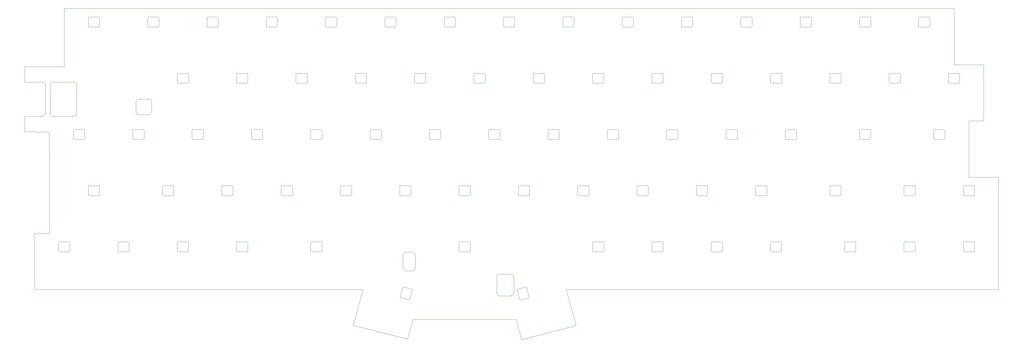
<source format=gm1>
G04 #@! TF.GenerationSoftware,KiCad,Pcbnew,(6.0.2-0)*
G04 #@! TF.CreationDate,2022-07-19T14:21:49+02:00*
G04 #@! TF.ProjectId,choc-keyboard,63686f63-2d6b-4657-9962-6f6172642e6b,rev?*
G04 #@! TF.SameCoordinates,Original*
G04 #@! TF.FileFunction,Profile,NP*
%FSLAX46Y46*%
G04 Gerber Fmt 4.6, Leading zero omitted, Abs format (unit mm)*
G04 Created by KiCad (PCBNEW (6.0.2-0)) date 2022-07-19 14:21:49*
%MOMM*%
%LPD*%
G01*
G04 APERTURE LIST*
G04 #@! TA.AperFunction,Profile*
%ADD10C,0.100000*%
G04 #@! TD*
G04 #@! TA.AperFunction,Profile*
%ADD11C,0.120000*%
G04 #@! TD*
G04 APERTURE END LIST*
D10*
X-22200000Y-43500000D02*
X-22196952Y-48460555D01*
X-14250000Y-81000000D02*
X-14250000Y-63000000D01*
X-16500000Y-32500000D02*
X-22200000Y-32500000D01*
X285000000Y-27000000D02*
X285000000Y-45000000D01*
X-15500000Y-33500000D02*
X-15500000Y-42500000D01*
X280250000Y-63000000D02*
X289750000Y-63000000D01*
X-16500000Y-43500000D02*
G75*
G03*
X-15500000Y-42500000I1J999999D01*
G01*
X275500000Y-27000000D02*
X285000000Y-27000000D01*
X80750000Y-99000000D02*
X-19000000Y-99000000D01*
X-22200000Y-27600000D02*
X-9500000Y-27600000D01*
X-19000000Y-81000000D02*
X-14250000Y-81000000D01*
X280250000Y-45000000D02*
X280250000Y-63000000D01*
X100500000Y-114800000D02*
X102200000Y-108600000D01*
X-14300000Y-48500000D02*
X-14250000Y-63000000D01*
X102200000Y-108600000D02*
X135300000Y-108600000D01*
X289750000Y-63000000D02*
X289750000Y-99000000D01*
X-15500000Y-33500000D02*
G75*
G03*
X-16500000Y-32500000I-999999J1D01*
G01*
X-22196952Y-48460555D02*
X-14300000Y-48500000D01*
X151300000Y-99000000D02*
X152000000Y-99000000D01*
X80750000Y-99000000D02*
X86200000Y-99000000D01*
X154400000Y-110500000D02*
X151300000Y-99000000D01*
X285000000Y-45000000D02*
X280250000Y-45000000D01*
X-16500000Y-43500000D02*
X-22200000Y-43500000D01*
X289750000Y-99000000D02*
X152000000Y-99000000D01*
X83100000Y-110400000D02*
X100500000Y-114800000D01*
X135300000Y-108600000D02*
X137000000Y-115000000D01*
X275500000Y-9000000D02*
X275500000Y-27000000D01*
X137000000Y-115000000D02*
X154400000Y-110500000D01*
X-22200000Y-32500000D02*
X-22200000Y-27600000D01*
X-19000000Y-99000000D02*
X-19000000Y-81000000D01*
X86200000Y-99000000D02*
X83100000Y-110400000D01*
X-9500000Y-9000000D02*
X275500000Y-9000000D01*
X-9500000Y-9000000D02*
X-9500000Y-27600000D01*
D11*
X96500000Y-11700000D02*
X93500000Y-11700000D01*
X93200000Y-12000000D02*
X93200000Y-14600000D01*
X93500000Y-14900000D02*
X96500000Y-14900000D01*
X96800000Y-14600000D02*
X96800000Y-12000000D01*
X93200000Y-14600000D02*
G75*
G03*
X93500000Y-14900000I300000J0D01*
G01*
X96500000Y-14900000D02*
G75*
G03*
X96800000Y-14600000I0J300000D01*
G01*
X93500000Y-11700000D02*
G75*
G03*
X93200000Y-12000000I0J-300000D01*
G01*
X96800000Y-12000000D02*
G75*
G03*
X96500000Y-11700000I-300000J0D01*
G01*
X-1500000Y-14900000D02*
X1500000Y-14900000D01*
X-1800000Y-12000000D02*
X-1800000Y-14600000D01*
X1800000Y-14600000D02*
X1800000Y-12000000D01*
X1500000Y-11700000D02*
X-1500000Y-11700000D01*
X1500000Y-14900000D02*
G75*
G03*
X1800000Y-14600000I0J300000D01*
G01*
X1800000Y-12000000D02*
G75*
G03*
X1500000Y-11700000I-300000J0D01*
G01*
X-1800000Y-14600000D02*
G75*
G03*
X-1500000Y-14900000I300000J0D01*
G01*
X-1500000Y-11700000D02*
G75*
G03*
X-1800000Y-12000000I0J-300000D01*
G01*
X68000000Y-29700000D02*
X65000000Y-29700000D01*
X68300000Y-32600000D02*
X68300000Y-30000000D01*
X65000000Y-32900000D02*
X68000000Y-32900000D01*
X64700000Y-30000000D02*
X64700000Y-32600000D01*
X68300000Y-30000000D02*
G75*
G03*
X68000000Y-29700000I-300000J0D01*
G01*
X65000000Y-29700000D02*
G75*
G03*
X64700000Y-30000000I0J-300000D01*
G01*
X68000000Y-32900000D02*
G75*
G03*
X68300000Y-32600000I0J300000D01*
G01*
X64700000Y-32600000D02*
G75*
G03*
X65000000Y-32900000I300000J0D01*
G01*
X79250000Y-68900000D02*
X82250000Y-68900000D01*
X78950000Y-66000000D02*
X78950000Y-68600000D01*
X82250000Y-65700000D02*
X79250000Y-65700000D01*
X82550000Y-68600000D02*
X82550000Y-66000000D01*
X82550000Y-66000000D02*
G75*
G03*
X82250000Y-65700000I-300000J0D01*
G01*
X79250000Y-65700000D02*
G75*
G03*
X78950000Y-66000000I0J-300000D01*
G01*
X78950000Y-68600000D02*
G75*
G03*
X79250000Y-68900000I300000J0D01*
G01*
X82250000Y-68900000D02*
G75*
G03*
X82550000Y-68600000I0J300000D01*
G01*
X101197104Y-102079449D02*
X101973561Y-99181671D01*
X98882599Y-98353450D02*
X98106141Y-101251228D01*
X98318274Y-101618651D02*
X100829681Y-102291581D01*
X101761429Y-98814248D02*
X99250022Y-98141318D01*
X100829681Y-102291581D02*
G75*
G03*
X101197104Y-102079449I77645J289778D01*
G01*
X98106141Y-101251228D02*
G75*
G03*
X98318274Y-101618651I289778J-77645D01*
G01*
X99250022Y-98141319D02*
G75*
G03*
X98882599Y-98353450I-77646J-289777D01*
G01*
X101973562Y-99181671D02*
G75*
G03*
X101761429Y-98814248I-289778J77645D01*
G01*
X116950000Y-84000000D02*
X116950000Y-86600000D01*
X120250000Y-83700000D02*
X117250000Y-83700000D01*
X120550000Y-86600000D02*
X120550000Y-84000000D01*
X117250000Y-86900000D02*
X120250000Y-86900000D01*
X120550000Y-84000000D02*
G75*
G03*
X120250000Y-83700000I-300000J0D01*
G01*
X116950000Y-86600000D02*
G75*
G03*
X117250000Y-86900000I300000J0D01*
G01*
X117250000Y-83700000D02*
G75*
G03*
X116950000Y-84000000I0J-300000D01*
G01*
X120250000Y-86900000D02*
G75*
G03*
X120550000Y-86600000I0J300000D01*
G01*
X69750000Y-86900000D02*
X72750000Y-86900000D01*
X72750000Y-83700000D02*
X69750000Y-83700000D01*
X73050000Y-86600000D02*
X73050000Y-84000000D01*
X69450000Y-84000000D02*
X69450000Y-86600000D01*
X73050000Y-84000000D02*
G75*
G03*
X72750000Y-83700000I-300000J0D01*
G01*
X69750000Y-83700000D02*
G75*
G03*
X69450000Y-84000000I0J-300000D01*
G01*
X72750000Y-86900000D02*
G75*
G03*
X73050000Y-86600000I0J300000D01*
G01*
X69450000Y-86600000D02*
G75*
G03*
X69750000Y-86900000I300000J0D01*
G01*
X140700000Y-30000000D02*
X140700000Y-32600000D01*
X144300000Y-32600000D02*
X144300000Y-30000000D01*
X141000000Y-32900000D02*
X144000000Y-32900000D01*
X144000000Y-29700000D02*
X141000000Y-29700000D01*
X141000000Y-29700000D02*
G75*
G03*
X140700000Y-30000000I0J-300000D01*
G01*
X144300000Y-30000000D02*
G75*
G03*
X144000000Y-29700000I-300000J0D01*
G01*
X140700000Y-32600000D02*
G75*
G03*
X141000000Y-32900000I300000J0D01*
G01*
X144000000Y-32900000D02*
G75*
G03*
X144300000Y-32600000I0J300000D01*
G01*
X264500000Y-14900000D02*
X267500000Y-14900000D01*
X264200000Y-12000000D02*
X264200000Y-14600000D01*
X267800000Y-14600000D02*
X267800000Y-12000000D01*
X267500000Y-11700000D02*
X264500000Y-11700000D01*
X264200000Y-14600000D02*
G75*
G03*
X264500000Y-14900000I300000J0D01*
G01*
X264500000Y-11700000D02*
G75*
G03*
X264200000Y-12000000I0J-300000D01*
G01*
X267800000Y-12000000D02*
G75*
G03*
X267500000Y-11700000I-300000J0D01*
G01*
X267500000Y-14900000D02*
G75*
G03*
X267800000Y-14600000I0J300000D01*
G01*
X120250000Y-65700000D02*
X117250000Y-65700000D01*
X117250000Y-68900000D02*
X120250000Y-68900000D01*
X120550000Y-68600000D02*
X120550000Y-66000000D01*
X116950000Y-66000000D02*
X116950000Y-68600000D01*
X120250000Y-68900000D02*
G75*
G03*
X120550000Y-68600000I0J300000D01*
G01*
X120550000Y-66000000D02*
G75*
G03*
X120250000Y-65700000I-300000J0D01*
G01*
X116950000Y-68600000D02*
G75*
G03*
X117250000Y-68900000I300000J0D01*
G01*
X117250000Y-65700000D02*
G75*
G03*
X116950000Y-66000000I0J-300000D01*
G01*
X21950000Y-66000000D02*
X21950000Y-68600000D01*
X22250000Y-68900000D02*
X25250000Y-68900000D01*
X25550000Y-68600000D02*
X25550000Y-66000000D01*
X25250000Y-65700000D02*
X22250000Y-65700000D01*
X25550000Y-66000000D02*
G75*
G03*
X25250000Y-65700000I-300000J0D01*
G01*
X22250000Y-65700000D02*
G75*
G03*
X21950000Y-66000000I0J-300000D01*
G01*
X21950000Y-68600000D02*
G75*
G03*
X22250000Y-68900000I300000J0D01*
G01*
X25250000Y-68900000D02*
G75*
G03*
X25550000Y-68600000I0J300000D01*
G01*
X226500000Y-14900000D02*
X229500000Y-14900000D01*
X226200000Y-12000000D02*
X226200000Y-14600000D01*
X229500000Y-11700000D02*
X226500000Y-11700000D01*
X229800000Y-14600000D02*
X229800000Y-12000000D01*
X226500000Y-11700000D02*
G75*
G03*
X226200000Y-12000000I0J-300000D01*
G01*
X226200000Y-14600000D02*
G75*
G03*
X226500000Y-14900000I300000J0D01*
G01*
X229800000Y-12000000D02*
G75*
G03*
X229500000Y-11700000I-300000J0D01*
G01*
X229500000Y-14900000D02*
G75*
G03*
X229800000Y-14600000I0J300000D01*
G01*
X216700000Y-30000000D02*
X216700000Y-32600000D01*
X220300000Y-32600000D02*
X220300000Y-30000000D01*
X217000000Y-32900000D02*
X220000000Y-32900000D01*
X220000000Y-29700000D02*
X217000000Y-29700000D01*
X220300000Y-30000000D02*
G75*
G03*
X220000000Y-29700000I-300000J0D01*
G01*
X220000000Y-32900000D02*
G75*
G03*
X220300000Y-32600000I0J300000D01*
G01*
X217000000Y-29700000D02*
G75*
G03*
X216700000Y-30000000I0J-300000D01*
G01*
X216700000Y-32600000D02*
G75*
G03*
X217000000Y-32900000I300000J0D01*
G01*
X179000000Y-32900000D02*
X182000000Y-32900000D01*
X182000000Y-29700000D02*
X179000000Y-29700000D01*
X182300000Y-32600000D02*
X182300000Y-30000000D01*
X178700000Y-30000000D02*
X178700000Y-32600000D01*
X178700000Y-32600000D02*
G75*
G03*
X179000000Y-32900000I300000J0D01*
G01*
X179000000Y-29700000D02*
G75*
G03*
X178700000Y-30000000I0J-300000D01*
G01*
X182000000Y-32900000D02*
G75*
G03*
X182300000Y-32600000I0J300000D01*
G01*
X182300000Y-30000000D02*
G75*
G03*
X182000000Y-29700000I-300000J0D01*
G01*
X197700000Y-30000000D02*
X197700000Y-32600000D01*
X201000000Y-29700000D02*
X198000000Y-29700000D01*
X201300000Y-32600000D02*
X201300000Y-30000000D01*
X198000000Y-32900000D02*
X201000000Y-32900000D01*
X198000000Y-29700000D02*
G75*
G03*
X197700000Y-30000000I0J-300000D01*
G01*
X197700000Y-32600000D02*
G75*
G03*
X198000000Y-32900000I300000J0D01*
G01*
X201000000Y-32900000D02*
G75*
G03*
X201300000Y-32600000I0J300000D01*
G01*
X201300000Y-30000000D02*
G75*
G03*
X201000000Y-29700000I-300000J0D01*
G01*
X244050000Y-86600000D02*
X244050000Y-84000000D01*
X243750000Y-83700000D02*
X240750000Y-83700000D01*
X240450000Y-84000000D02*
X240450000Y-86600000D01*
X240750000Y-86900000D02*
X243750000Y-86900000D01*
X243750000Y-86900000D02*
G75*
G03*
X244050000Y-86600000I0J300000D01*
G01*
X244050000Y-84000000D02*
G75*
G03*
X243750000Y-83700000I-300000J0D01*
G01*
X240750000Y-83700000D02*
G75*
G03*
X240450000Y-84000000I0J-300000D01*
G01*
X240450000Y-86600000D02*
G75*
G03*
X240750000Y-86900000I300000J0D01*
G01*
X92050000Y-50600000D02*
X92050000Y-48000000D01*
X88750000Y-50900000D02*
X91750000Y-50900000D01*
X88450000Y-48000000D02*
X88450000Y-50600000D01*
X91750000Y-47700000D02*
X88750000Y-47700000D01*
X91750000Y-50900000D02*
G75*
G03*
X92050000Y-50600000I0J300000D01*
G01*
X88750000Y-47700000D02*
G75*
G03*
X88450000Y-48000000I0J-300000D01*
G01*
X92050000Y-48000000D02*
G75*
G03*
X91750000Y-47700000I-300000J0D01*
G01*
X88450000Y-50600000D02*
G75*
G03*
X88750000Y-50900000I300000J0D01*
G01*
X1500000Y-65700000D02*
X-1500000Y-65700000D01*
X1800000Y-68600000D02*
X1800000Y-66000000D01*
X-1500000Y-68900000D02*
X1500000Y-68900000D01*
X-1800000Y-66000000D02*
X-1800000Y-68600000D01*
X-1800000Y-68600000D02*
G75*
G03*
X-1500000Y-68900000I300000J0D01*
G01*
X1500000Y-68900000D02*
G75*
G03*
X1800000Y-68600000I0J300000D01*
G01*
X-1500000Y-65700000D02*
G75*
G03*
X-1800000Y-66000000I0J-300000D01*
G01*
X1800000Y-66000000D02*
G75*
G03*
X1500000Y-65700000I-300000J0D01*
G01*
X30300000Y-32600000D02*
X30300000Y-30000000D01*
X26700000Y-30000000D02*
X26700000Y-32600000D01*
X30000000Y-29700000D02*
X27000000Y-29700000D01*
X27000000Y-32900000D02*
X30000000Y-32900000D01*
X30300000Y-30000000D02*
G75*
G03*
X30000000Y-29700000I-300000J0D01*
G01*
X27000000Y-29700000D02*
G75*
G03*
X26700000Y-30000000I0J-300000D01*
G01*
X26700000Y-32600000D02*
G75*
G03*
X27000000Y-32900000I300000J0D01*
G01*
X30000000Y-32900000D02*
G75*
G03*
X30300000Y-32600000I0J300000D01*
G01*
X11300000Y-86600000D02*
X11300000Y-84000000D01*
X7700000Y-84000000D02*
X7700000Y-86600000D01*
X11000000Y-83700000D02*
X8000000Y-83700000D01*
X8000000Y-86900000D02*
X11000000Y-86900000D01*
X11300000Y-84000000D02*
G75*
G03*
X11000000Y-83700000I-300000J0D01*
G01*
X7700000Y-86600000D02*
G75*
G03*
X8000000Y-86900000I300000J0D01*
G01*
X8000000Y-83700000D02*
G75*
G03*
X7700000Y-84000000I0J-300000D01*
G01*
X11000000Y-86900000D02*
G75*
G03*
X11300000Y-86600000I0J300000D01*
G01*
X12750000Y-50900000D02*
X15750000Y-50900000D01*
X12450000Y-48000000D02*
X12450000Y-50600000D01*
X16050000Y-50600000D02*
X16050000Y-48000000D01*
X15750000Y-47700000D02*
X12750000Y-47700000D01*
X15750000Y-50900000D02*
G75*
G03*
X16050000Y-50600000I0J300000D01*
G01*
X12450000Y-50600000D02*
G75*
G03*
X12750000Y-50900000I300000J0D01*
G01*
X16050000Y-48000000D02*
G75*
G03*
X15750000Y-47700000I-300000J0D01*
G01*
X12750000Y-47700000D02*
G75*
G03*
X12450000Y-48000000I0J-300000D01*
G01*
X258000000Y-29700000D02*
X255000000Y-29700000D01*
X254700000Y-30000000D02*
X254700000Y-32600000D01*
X255000000Y-32900000D02*
X258000000Y-32900000D01*
X258300000Y-32600000D02*
X258300000Y-30000000D01*
X258000000Y-32900000D02*
G75*
G03*
X258300000Y-32600000I0J300000D01*
G01*
X258300000Y-30000000D02*
G75*
G03*
X258000000Y-29700000I-300000J0D01*
G01*
X254700000Y-32600000D02*
G75*
G03*
X255000000Y-32900000I300000J0D01*
G01*
X255000000Y-29700000D02*
G75*
G03*
X254700000Y-30000000I0J-300000D01*
G01*
X49000000Y-83700000D02*
X46000000Y-83700000D01*
X46000000Y-86900000D02*
X49000000Y-86900000D01*
X45700000Y-84000000D02*
X45700000Y-86600000D01*
X49300000Y-86600000D02*
X49300000Y-84000000D01*
X49300000Y-84000000D02*
G75*
G03*
X49000000Y-83700000I-300000J0D01*
G01*
X45700000Y-86600000D02*
G75*
G03*
X46000000Y-86900000I300000J0D01*
G01*
X46000000Y-83700000D02*
G75*
G03*
X45700000Y-84000000I0J-300000D01*
G01*
X49000000Y-86900000D02*
G75*
G03*
X49300000Y-86600000I0J300000D01*
G01*
X50750000Y-50900000D02*
X53750000Y-50900000D01*
X54050000Y-50600000D02*
X54050000Y-48000000D01*
X53750000Y-47700000D02*
X50750000Y-47700000D01*
X50450000Y-48000000D02*
X50450000Y-50600000D01*
X54050000Y-48000000D02*
G75*
G03*
X53750000Y-47700000I-300000J0D01*
G01*
X50450000Y-50600000D02*
G75*
G03*
X50750000Y-50900000I300000J0D01*
G01*
X50750000Y-47700000D02*
G75*
G03*
X50450000Y-48000000I0J-300000D01*
G01*
X53750000Y-50900000D02*
G75*
G03*
X54050000Y-50600000I0J300000D01*
G01*
X49300000Y-32600000D02*
X49300000Y-30000000D01*
X45700000Y-30000000D02*
X45700000Y-32600000D01*
X49000000Y-29700000D02*
X46000000Y-29700000D01*
X46000000Y-32900000D02*
X49000000Y-32900000D01*
X46000000Y-29700000D02*
G75*
G03*
X45700000Y-30000000I0J-300000D01*
G01*
X49300000Y-30000000D02*
G75*
G03*
X49000000Y-29700000I-300000J0D01*
G01*
X45700000Y-32600000D02*
G75*
G03*
X46000000Y-32900000I300000J0D01*
G01*
X49000000Y-32900000D02*
G75*
G03*
X49300000Y-32600000I0J300000D01*
G01*
X248500000Y-47700000D02*
X245500000Y-47700000D01*
X245500000Y-50900000D02*
X248500000Y-50900000D01*
X245200000Y-48000000D02*
X245200000Y-50600000D01*
X248800000Y-50600000D02*
X248800000Y-48000000D01*
X248500000Y-50900000D02*
G75*
G03*
X248800000Y-50600000I0J300000D01*
G01*
X245500000Y-47700000D02*
G75*
G03*
X245200000Y-48000000I0J-300000D01*
G01*
X248800000Y-48000000D02*
G75*
G03*
X248500000Y-47700000I-300000J0D01*
G01*
X245200000Y-50600000D02*
G75*
G03*
X245500000Y-50900000I300000J0D01*
G01*
X112500000Y-14900000D02*
X115500000Y-14900000D01*
X115500000Y-11700000D02*
X112500000Y-11700000D01*
X112200000Y-12000000D02*
X112200000Y-14600000D01*
X115800000Y-14600000D02*
X115800000Y-12000000D01*
X112500000Y-11700000D02*
G75*
G03*
X112200000Y-12000000I0J-300000D01*
G01*
X112200000Y-14600000D02*
G75*
G03*
X112500000Y-14900000I300000J0D01*
G01*
X115500000Y-14900000D02*
G75*
G03*
X115800000Y-14600000I0J300000D01*
G01*
X115800000Y-12000000D02*
G75*
G03*
X115500000Y-11700000I-300000J0D01*
G01*
X-6250000Y-50900000D02*
X-3250000Y-50900000D01*
X-3250000Y-47700000D02*
X-6250000Y-47700000D01*
X-6550000Y-48000000D02*
X-6550000Y-50600000D01*
X-2950000Y-50600000D02*
X-2950000Y-48000000D01*
X-6250000Y-47700000D02*
G75*
G03*
X-6550000Y-48000000I0J-300000D01*
G01*
X-2950000Y-48000000D02*
G75*
G03*
X-3250000Y-47700000I-300000J0D01*
G01*
X-3250000Y-50900000D02*
G75*
G03*
X-2950000Y-50600000I0J300000D01*
G01*
X-6550000Y-50600000D02*
G75*
G03*
X-6250000Y-50900000I300000J0D01*
G01*
X159700000Y-84000000D02*
X159700000Y-86600000D01*
X160000000Y-86900000D02*
X163000000Y-86900000D01*
X163300000Y-86600000D02*
X163300000Y-84000000D01*
X163000000Y-83700000D02*
X160000000Y-83700000D01*
X159700000Y-86600000D02*
G75*
G03*
X160000000Y-86900000I300000J0D01*
G01*
X163000000Y-86900000D02*
G75*
G03*
X163300000Y-86600000I0J300000D01*
G01*
X160000000Y-83700000D02*
G75*
G03*
X159700000Y-84000000I0J-300000D01*
G01*
X163300000Y-84000000D02*
G75*
G03*
X163000000Y-83700000I-300000J0D01*
G01*
X215550000Y-68600000D02*
X215550000Y-66000000D01*
X212250000Y-68900000D02*
X215250000Y-68900000D01*
X211950000Y-66000000D02*
X211950000Y-68600000D01*
X215250000Y-65700000D02*
X212250000Y-65700000D01*
X215250000Y-68900000D02*
G75*
G03*
X215550000Y-68600000I0J300000D01*
G01*
X215550000Y-66000000D02*
G75*
G03*
X215250000Y-65700000I-300000J0D01*
G01*
X212250000Y-65700000D02*
G75*
G03*
X211950000Y-66000000I0J-300000D01*
G01*
X211950000Y-68600000D02*
G75*
G03*
X212250000Y-68900000I300000J0D01*
G01*
X272250000Y-47700000D02*
X269250000Y-47700000D01*
X272550000Y-50600000D02*
X272550000Y-48000000D01*
X268950000Y-48000000D02*
X268950000Y-50600000D01*
X269250000Y-50900000D02*
X272250000Y-50900000D01*
X272550000Y-48000000D02*
G75*
G03*
X272250000Y-47700000I-300000J0D01*
G01*
X268950000Y-50600000D02*
G75*
G03*
X269250000Y-50900000I300000J0D01*
G01*
X269250000Y-47700000D02*
G75*
G03*
X268950000Y-48000000I0J-300000D01*
G01*
X272250000Y-50900000D02*
G75*
G03*
X272550000Y-50600000I0J300000D01*
G01*
X192950000Y-66000000D02*
X192950000Y-68600000D01*
X193250000Y-68900000D02*
X196250000Y-68900000D01*
X196550000Y-68600000D02*
X196550000Y-66000000D01*
X196250000Y-65700000D02*
X193250000Y-65700000D01*
X193250000Y-65700000D02*
G75*
G03*
X192950000Y-66000000I0J-300000D01*
G01*
X192950000Y-68600000D02*
G75*
G03*
X193250000Y-68900000I300000J0D01*
G01*
X196550000Y-66000000D02*
G75*
G03*
X196250000Y-65700000I-300000J0D01*
G01*
X196250000Y-68900000D02*
G75*
G03*
X196550000Y-68600000I0J300000D01*
G01*
X136250000Y-68900000D02*
X139250000Y-68900000D01*
X135950000Y-66000000D02*
X135950000Y-68600000D01*
X139250000Y-65700000D02*
X136250000Y-65700000D01*
X139550000Y-68600000D02*
X139550000Y-66000000D01*
X136250000Y-65700000D02*
G75*
G03*
X135950000Y-66000000I0J-300000D01*
G01*
X139250000Y-68900000D02*
G75*
G03*
X139550000Y-68600000I0J300000D01*
G01*
X135950000Y-68600000D02*
G75*
G03*
X136250000Y-68900000I300000J0D01*
G01*
X139550000Y-66000000D02*
G75*
G03*
X139250000Y-65700000I-300000J0D01*
G01*
X14500000Y-38000000D02*
X17500000Y-38000000D01*
X-6500000Y-43500000D02*
X-13000000Y-43500000D01*
X13500000Y-42000000D02*
X13500000Y-39000000D01*
X-13000000Y-32500000D02*
X-6500000Y-32500000D01*
X-5500000Y-33500000D02*
X-5500000Y-42500000D01*
X-14000000Y-42500000D02*
X-14000000Y-33500000D01*
X17500000Y-43000000D02*
X14500000Y-43000000D01*
X18500000Y-39000000D02*
X18500000Y-42000000D01*
X17500000Y-43000000D02*
G75*
G03*
X18500000Y-42000000I1J999999D01*
G01*
X-5500000Y-33500000D02*
G75*
G03*
X-6500000Y-32500000I-999999J1D01*
G01*
X-13000000Y-32500000D02*
G75*
G03*
X-14000000Y-33500000I-1J-999999D01*
G01*
X18500000Y-39000000D02*
G75*
G03*
X17500000Y-38000000I-999999J1D01*
G01*
X14500000Y-38000000D02*
G75*
G03*
X13500000Y-39000000I-1J-999999D01*
G01*
X-14000000Y-42500000D02*
G75*
G03*
X-13000000Y-43500000I999999J-1D01*
G01*
X-6500000Y-43500000D02*
G75*
G03*
X-5500000Y-42500000I1J999999D01*
G01*
X13500000Y-42000000D02*
G75*
G03*
X14500000Y-43000000I999999J-1D01*
G01*
X139393859Y-101251228D02*
X138617401Y-98353450D01*
X138249978Y-98141318D02*
X135738571Y-98814248D01*
X136670319Y-102291581D02*
X139181726Y-101618651D01*
X135526439Y-99181671D02*
X136302896Y-102079449D01*
X139181726Y-101618651D02*
G75*
G03*
X139393859Y-101251228I-77645J289778D01*
G01*
X138617402Y-98353450D02*
G75*
G03*
X138249978Y-98141318I-289778J-77646D01*
G01*
X136302896Y-102079449D02*
G75*
G03*
X136670319Y-102291581I289778J77646D01*
G01*
X135738571Y-98814249D02*
G75*
G03*
X135526439Y-99181671I77645J-289777D01*
G01*
X259750000Y-68900000D02*
X262750000Y-68900000D01*
X263050000Y-68600000D02*
X263050000Y-66000000D01*
X262750000Y-65700000D02*
X259750000Y-65700000D01*
X259450000Y-66000000D02*
X259450000Y-68600000D01*
X259750000Y-65700000D02*
G75*
G03*
X259450000Y-66000000I0J-300000D01*
G01*
X259450000Y-68600000D02*
G75*
G03*
X259750000Y-68900000I300000J0D01*
G01*
X262750000Y-68900000D02*
G75*
G03*
X263050000Y-68600000I0J300000D01*
G01*
X263050000Y-66000000D02*
G75*
G03*
X262750000Y-65700000I-300000J0D01*
G01*
X182300000Y-86600000D02*
X182300000Y-84000000D01*
X179000000Y-86900000D02*
X182000000Y-86900000D01*
X178700000Y-84000000D02*
X178700000Y-86600000D01*
X182000000Y-83700000D02*
X179000000Y-83700000D01*
X182000000Y-86900000D02*
G75*
G03*
X182300000Y-86600000I0J300000D01*
G01*
X178700000Y-86600000D02*
G75*
G03*
X179000000Y-86900000I300000J0D01*
G01*
X182300000Y-84000000D02*
G75*
G03*
X182000000Y-83700000I-300000J0D01*
G01*
X179000000Y-83700000D02*
G75*
G03*
X178700000Y-84000000I0J-300000D01*
G01*
X206050000Y-50600000D02*
X206050000Y-48000000D01*
X202450000Y-48000000D02*
X202450000Y-50600000D01*
X205750000Y-47700000D02*
X202750000Y-47700000D01*
X202750000Y-50900000D02*
X205750000Y-50900000D01*
X202750000Y-47700000D02*
G75*
G03*
X202450000Y-48000000I0J-300000D01*
G01*
X205750000Y-50900000D02*
G75*
G03*
X206050000Y-50600000I0J300000D01*
G01*
X202450000Y-50600000D02*
G75*
G03*
X202750000Y-50900000I300000J0D01*
G01*
X206050000Y-48000000D02*
G75*
G03*
X205750000Y-47700000I-300000J0D01*
G01*
X221450000Y-48000000D02*
X221450000Y-50600000D01*
X221750000Y-50900000D02*
X224750000Y-50900000D01*
X224750000Y-47700000D02*
X221750000Y-47700000D01*
X225050000Y-50600000D02*
X225050000Y-48000000D01*
X221750000Y-47700000D02*
G75*
G03*
X221450000Y-48000000I0J-300000D01*
G01*
X221450000Y-50600000D02*
G75*
G03*
X221750000Y-50900000I300000J0D01*
G01*
X224750000Y-50900000D02*
G75*
G03*
X225050000Y-50600000I0J300000D01*
G01*
X225050000Y-48000000D02*
G75*
G03*
X224750000Y-47700000I-300000J0D01*
G01*
X55200000Y-12000000D02*
X55200000Y-14600000D01*
X55500000Y-14900000D02*
X58500000Y-14900000D01*
X58800000Y-14600000D02*
X58800000Y-12000000D01*
X58500000Y-11700000D02*
X55500000Y-11700000D01*
X55200000Y-14600000D02*
G75*
G03*
X55500000Y-14900000I300000J0D01*
G01*
X58800000Y-12000000D02*
G75*
G03*
X58500000Y-11700000I-300000J0D01*
G01*
X58500000Y-14900000D02*
G75*
G03*
X58800000Y-14600000I0J300000D01*
G01*
X55500000Y-11700000D02*
G75*
G03*
X55200000Y-12000000I0J-300000D01*
G01*
X122000000Y-32900000D02*
X125000000Y-32900000D01*
X121700000Y-30000000D02*
X121700000Y-32600000D01*
X125300000Y-32600000D02*
X125300000Y-30000000D01*
X125000000Y-29700000D02*
X122000000Y-29700000D01*
X125000000Y-32900000D02*
G75*
G03*
X125300000Y-32600000I0J300000D01*
G01*
X125300000Y-30000000D02*
G75*
G03*
X125000000Y-29700000I-300000J0D01*
G01*
X122000000Y-29700000D02*
G75*
G03*
X121700000Y-30000000I0J-300000D01*
G01*
X121700000Y-32600000D02*
G75*
G03*
X122000000Y-32900000I300000J0D01*
G01*
X31750000Y-50900000D02*
X34750000Y-50900000D01*
X31450000Y-48000000D02*
X31450000Y-50600000D01*
X35050000Y-50600000D02*
X35050000Y-48000000D01*
X34750000Y-47700000D02*
X31750000Y-47700000D01*
X31450000Y-50600000D02*
G75*
G03*
X31750000Y-50900000I300000J0D01*
G01*
X34750000Y-50900000D02*
G75*
G03*
X35050000Y-50600000I0J300000D01*
G01*
X35050000Y-48000000D02*
G75*
G03*
X34750000Y-47700000I-300000J0D01*
G01*
X31750000Y-47700000D02*
G75*
G03*
X31450000Y-48000000I0J-300000D01*
G01*
X101250000Y-65700000D02*
X98250000Y-65700000D01*
X98250000Y-68900000D02*
X101250000Y-68900000D01*
X97950000Y-66000000D02*
X97950000Y-68600000D01*
X101550000Y-68600000D02*
X101550000Y-66000000D01*
X98250000Y-65700000D02*
G75*
G03*
X97950000Y-66000000I0J-300000D01*
G01*
X97950000Y-68600000D02*
G75*
G03*
X98250000Y-68900000I300000J0D01*
G01*
X101550000Y-66000000D02*
G75*
G03*
X101250000Y-65700000I-300000J0D01*
G01*
X101250000Y-68900000D02*
G75*
G03*
X101550000Y-68600000I0J300000D01*
G01*
X130050000Y-50600000D02*
X130050000Y-48000000D01*
X126450000Y-48000000D02*
X126450000Y-50600000D01*
X126750000Y-50900000D02*
X129750000Y-50900000D01*
X129750000Y-47700000D02*
X126750000Y-47700000D01*
X130050000Y-48000000D02*
G75*
G03*
X129750000Y-47700000I-300000J0D01*
G01*
X126450000Y-50600000D02*
G75*
G03*
X126750000Y-50900000I300000J0D01*
G01*
X126750000Y-47700000D02*
G75*
G03*
X126450000Y-48000000I0J-300000D01*
G01*
X129750000Y-50900000D02*
G75*
G03*
X130050000Y-50600000I0J300000D01*
G01*
X20500000Y-11700000D02*
X17500000Y-11700000D01*
X17500000Y-14900000D02*
X20500000Y-14900000D01*
X20800000Y-14600000D02*
X20800000Y-12000000D01*
X17200000Y-12000000D02*
X17200000Y-14600000D01*
X20500000Y-14900000D02*
G75*
G03*
X20800000Y-14600000I0J300000D01*
G01*
X17500000Y-11700000D02*
G75*
G03*
X17200000Y-12000000I0J-300000D01*
G01*
X17200000Y-14600000D02*
G75*
G03*
X17500000Y-14900000I300000J0D01*
G01*
X20800000Y-12000000D02*
G75*
G03*
X20500000Y-11700000I-300000J0D01*
G01*
X164750000Y-50900000D02*
X167750000Y-50900000D01*
X167750000Y-47700000D02*
X164750000Y-47700000D01*
X168050000Y-50600000D02*
X168050000Y-48000000D01*
X164450000Y-48000000D02*
X164450000Y-50600000D01*
X164450000Y-50600000D02*
G75*
G03*
X164750000Y-50900000I300000J0D01*
G01*
X167750000Y-50900000D02*
G75*
G03*
X168050000Y-50600000I0J300000D01*
G01*
X168050000Y-48000000D02*
G75*
G03*
X167750000Y-47700000I-300000J0D01*
G01*
X164750000Y-47700000D02*
G75*
G03*
X164450000Y-48000000I0J-300000D01*
G01*
X145450000Y-48000000D02*
X145450000Y-50600000D01*
X149050000Y-50600000D02*
X149050000Y-48000000D01*
X145750000Y-50900000D02*
X148750000Y-50900000D01*
X148750000Y-47700000D02*
X145750000Y-47700000D01*
X149050000Y-48000000D02*
G75*
G03*
X148750000Y-47700000I-300000J0D01*
G01*
X148750000Y-50900000D02*
G75*
G03*
X149050000Y-50600000I0J300000D01*
G01*
X145750000Y-47700000D02*
G75*
G03*
X145450000Y-48000000I0J-300000D01*
G01*
X145450000Y-50600000D02*
G75*
G03*
X145750000Y-50900000I300000J0D01*
G01*
X30300000Y-86600000D02*
X30300000Y-84000000D01*
X27000000Y-86900000D02*
X30000000Y-86900000D01*
X30000000Y-83700000D02*
X27000000Y-83700000D01*
X26700000Y-84000000D02*
X26700000Y-86600000D01*
X26700000Y-86600000D02*
G75*
G03*
X27000000Y-86900000I300000J0D01*
G01*
X27000000Y-83700000D02*
G75*
G03*
X26700000Y-84000000I0J-300000D01*
G01*
X30000000Y-86900000D02*
G75*
G03*
X30300000Y-86600000I0J300000D01*
G01*
X30300000Y-84000000D02*
G75*
G03*
X30000000Y-83700000I-300000J0D01*
G01*
X198000000Y-86900000D02*
X201000000Y-86900000D01*
X201300000Y-86600000D02*
X201300000Y-84000000D01*
X201000000Y-83700000D02*
X198000000Y-83700000D01*
X197700000Y-84000000D02*
X197700000Y-86600000D01*
X201300000Y-84000000D02*
G75*
G03*
X201000000Y-83700000I-300000J0D01*
G01*
X197700000Y-86600000D02*
G75*
G03*
X198000000Y-86900000I300000J0D01*
G01*
X198000000Y-83700000D02*
G75*
G03*
X197700000Y-84000000I0J-300000D01*
G01*
X201000000Y-86900000D02*
G75*
G03*
X201300000Y-86600000I0J300000D01*
G01*
X77500000Y-11700000D02*
X74500000Y-11700000D01*
X77800000Y-14600000D02*
X77800000Y-12000000D01*
X74500000Y-14900000D02*
X77500000Y-14900000D01*
X74200000Y-12000000D02*
X74200000Y-14600000D01*
X77500000Y-14900000D02*
G75*
G03*
X77800000Y-14600000I0J300000D01*
G01*
X74500000Y-11700000D02*
G75*
G03*
X74200000Y-12000000I0J-300000D01*
G01*
X74200000Y-14600000D02*
G75*
G03*
X74500000Y-14900000I300000J0D01*
G01*
X77800000Y-12000000D02*
G75*
G03*
X77500000Y-11700000I-300000J0D01*
G01*
X210500000Y-11700000D02*
X207500000Y-11700000D01*
X207200000Y-12000000D02*
X207200000Y-14600000D01*
X210800000Y-14600000D02*
X210800000Y-12000000D01*
X207500000Y-14900000D02*
X210500000Y-14900000D01*
X210800000Y-12000000D02*
G75*
G03*
X210500000Y-11700000I-300000J0D01*
G01*
X207200000Y-14600000D02*
G75*
G03*
X207500000Y-14900000I300000J0D01*
G01*
X207500000Y-11700000D02*
G75*
G03*
X207200000Y-12000000I0J-300000D01*
G01*
X210500000Y-14900000D02*
G75*
G03*
X210800000Y-14600000I0J300000D01*
G01*
X44550000Y-68600000D02*
X44550000Y-66000000D01*
X40950000Y-66000000D02*
X40950000Y-68600000D01*
X44250000Y-65700000D02*
X41250000Y-65700000D01*
X41250000Y-68900000D02*
X44250000Y-68900000D01*
X44250000Y-68900000D02*
G75*
G03*
X44550000Y-68600000I0J300000D01*
G01*
X44550000Y-66000000D02*
G75*
G03*
X44250000Y-65700000I-300000J0D01*
G01*
X41250000Y-65700000D02*
G75*
G03*
X40950000Y-66000000I0J-300000D01*
G01*
X40950000Y-68600000D02*
G75*
G03*
X41250000Y-68900000I300000J0D01*
G01*
X87000000Y-29700000D02*
X84000000Y-29700000D01*
X83700000Y-30000000D02*
X83700000Y-32600000D01*
X87300000Y-32600000D02*
X87300000Y-30000000D01*
X84000000Y-32900000D02*
X87000000Y-32900000D01*
X84000000Y-29700000D02*
G75*
G03*
X83700000Y-30000000I0J-300000D01*
G01*
X87000000Y-32900000D02*
G75*
G03*
X87300000Y-32600000I0J300000D01*
G01*
X87300000Y-30000000D02*
G75*
G03*
X87000000Y-29700000I-300000J0D01*
G01*
X83700000Y-32600000D02*
G75*
G03*
X84000000Y-32900000I300000J0D01*
G01*
X153500000Y-11700000D02*
X150500000Y-11700000D01*
X150200000Y-12000000D02*
X150200000Y-14600000D01*
X153800000Y-14600000D02*
X153800000Y-12000000D01*
X150500000Y-14900000D02*
X153500000Y-14900000D01*
X153500000Y-14900000D02*
G75*
G03*
X153800000Y-14600000I0J300000D01*
G01*
X153800000Y-12000000D02*
G75*
G03*
X153500000Y-11700000I-300000J0D01*
G01*
X150500000Y-11700000D02*
G75*
G03*
X150200000Y-12000000I0J-300000D01*
G01*
X150200000Y-14600000D02*
G75*
G03*
X150500000Y-14900000I300000J0D01*
G01*
X188500000Y-14900000D02*
X191500000Y-14900000D01*
X188200000Y-12000000D02*
X188200000Y-14600000D01*
X191500000Y-11700000D02*
X188500000Y-11700000D01*
X191800000Y-14600000D02*
X191800000Y-12000000D01*
X188500000Y-11700000D02*
G75*
G03*
X188200000Y-12000000I0J-300000D01*
G01*
X188200000Y-14600000D02*
G75*
G03*
X188500000Y-14900000I300000J0D01*
G01*
X191800000Y-12000000D02*
G75*
G03*
X191500000Y-11700000I-300000J0D01*
G01*
X191500000Y-14900000D02*
G75*
G03*
X191800000Y-14600000I0J300000D01*
G01*
X160000000Y-32900000D02*
X163000000Y-32900000D01*
X159700000Y-30000000D02*
X159700000Y-32600000D01*
X163300000Y-32600000D02*
X163300000Y-30000000D01*
X163000000Y-29700000D02*
X160000000Y-29700000D01*
X160000000Y-29700000D02*
G75*
G03*
X159700000Y-30000000I0J-300000D01*
G01*
X163000000Y-32900000D02*
G75*
G03*
X163300000Y-32600000I0J300000D01*
G01*
X159700000Y-32600000D02*
G75*
G03*
X160000000Y-32900000I300000J0D01*
G01*
X163300000Y-30000000D02*
G75*
G03*
X163000000Y-29700000I-300000J0D01*
G01*
X183750000Y-50900000D02*
X186750000Y-50900000D01*
X186750000Y-47700000D02*
X183750000Y-47700000D01*
X183450000Y-48000000D02*
X183450000Y-50600000D01*
X187050000Y-50600000D02*
X187050000Y-48000000D01*
X183750000Y-47700000D02*
G75*
G03*
X183450000Y-48000000I0J-300000D01*
G01*
X186750000Y-50900000D02*
G75*
G03*
X187050000Y-50600000I0J300000D01*
G01*
X187050000Y-48000000D02*
G75*
G03*
X186750000Y-47700000I-300000J0D01*
G01*
X183450000Y-50600000D02*
G75*
G03*
X183750000Y-50900000I300000J0D01*
G01*
X248500000Y-11700000D02*
X245500000Y-11700000D01*
X245500000Y-14900000D02*
X248500000Y-14900000D01*
X248800000Y-14600000D02*
X248800000Y-12000000D01*
X245200000Y-12000000D02*
X245200000Y-14600000D01*
X245200000Y-14600000D02*
G75*
G03*
X245500000Y-14900000I300000J0D01*
G01*
X245500000Y-11700000D02*
G75*
G03*
X245200000Y-12000000I0J-300000D01*
G01*
X248500000Y-14900000D02*
G75*
G03*
X248800000Y-14600000I0J300000D01*
G01*
X248800000Y-12000000D02*
G75*
G03*
X248500000Y-11700000I-300000J0D01*
G01*
X278750000Y-68900000D02*
X281750000Y-68900000D01*
X278450000Y-66000000D02*
X278450000Y-68600000D01*
X282050000Y-68600000D02*
X282050000Y-66000000D01*
X281750000Y-65700000D02*
X278750000Y-65700000D01*
X282050000Y-66000000D02*
G75*
G03*
X281750000Y-65700000I-300000J0D01*
G01*
X278750000Y-65700000D02*
G75*
G03*
X278450000Y-66000000I0J-300000D01*
G01*
X278450000Y-68600000D02*
G75*
G03*
X278750000Y-68900000I300000J0D01*
G01*
X281750000Y-68900000D02*
G75*
G03*
X282050000Y-68600000I0J300000D01*
G01*
X216700000Y-84000000D02*
X216700000Y-86600000D01*
X220000000Y-83700000D02*
X217000000Y-83700000D01*
X220300000Y-86600000D02*
X220300000Y-84000000D01*
X217000000Y-86900000D02*
X220000000Y-86900000D01*
X216700000Y-86600000D02*
G75*
G03*
X217000000Y-86900000I300000J0D01*
G01*
X220000000Y-86900000D02*
G75*
G03*
X220300000Y-86600000I0J300000D01*
G01*
X217000000Y-83700000D02*
G75*
G03*
X216700000Y-84000000I0J-300000D01*
G01*
X220300000Y-84000000D02*
G75*
G03*
X220000000Y-83700000I-300000J0D01*
G01*
X239000000Y-65700000D02*
X236000000Y-65700000D01*
X235700000Y-66000000D02*
X235700000Y-68600000D01*
X236000000Y-68900000D02*
X239000000Y-68900000D01*
X239300000Y-68600000D02*
X239300000Y-66000000D01*
X235700000Y-68600000D02*
G75*
G03*
X236000000Y-68900000I300000J0D01*
G01*
X239000000Y-68900000D02*
G75*
G03*
X239300000Y-68600000I0J300000D01*
G01*
X236000000Y-65700000D02*
G75*
G03*
X235700000Y-66000000I0J-300000D01*
G01*
X239300000Y-66000000D02*
G75*
G03*
X239000000Y-65700000I-300000J0D01*
G01*
X-11000000Y-86900000D02*
X-8000000Y-86900000D01*
X-7700000Y-86600000D02*
X-7700000Y-84000000D01*
X-8000000Y-83700000D02*
X-11000000Y-83700000D01*
X-11300000Y-84000000D02*
X-11300000Y-86600000D01*
X-7700000Y-84000000D02*
G75*
G03*
X-8000000Y-83700000I-300000J0D01*
G01*
X-11000000Y-83700000D02*
G75*
G03*
X-11300000Y-84000000I0J-300000D01*
G01*
X-11300000Y-86600000D02*
G75*
G03*
X-11000000Y-86900000I300000J0D01*
G01*
X-8000000Y-86900000D02*
G75*
G03*
X-7700000Y-86600000I0J300000D01*
G01*
X282050000Y-86600000D02*
X282050000Y-84000000D01*
X281750000Y-83700000D02*
X278750000Y-83700000D01*
X278750000Y-86900000D02*
X281750000Y-86900000D01*
X278450000Y-84000000D02*
X278450000Y-86600000D01*
X278750000Y-83700000D02*
G75*
G03*
X278450000Y-84000000I0J-300000D01*
G01*
X281750000Y-86900000D02*
G75*
G03*
X282050000Y-86600000I0J300000D01*
G01*
X282050000Y-84000000D02*
G75*
G03*
X281750000Y-83700000I-300000J0D01*
G01*
X278450000Y-86600000D02*
G75*
G03*
X278750000Y-86900000I300000J0D01*
G01*
X72750000Y-47700000D02*
X69750000Y-47700000D01*
X73050000Y-50600000D02*
X73050000Y-48000000D01*
X69750000Y-50900000D02*
X72750000Y-50900000D01*
X69450000Y-48000000D02*
X69450000Y-50600000D01*
X69750000Y-47700000D02*
G75*
G03*
X69450000Y-48000000I0J-300000D01*
G01*
X73050000Y-48000000D02*
G75*
G03*
X72750000Y-47700000I-300000J0D01*
G01*
X72750000Y-50900000D02*
G75*
G03*
X73050000Y-50600000I0J300000D01*
G01*
X69450000Y-50600000D02*
G75*
G03*
X69750000Y-50900000I300000J0D01*
G01*
X172800000Y-14600000D02*
X172800000Y-12000000D01*
X169200000Y-12000000D02*
X169200000Y-14600000D01*
X169500000Y-14900000D02*
X172500000Y-14900000D01*
X172500000Y-11700000D02*
X169500000Y-11700000D01*
X172500000Y-14900000D02*
G75*
G03*
X172800000Y-14600000I0J300000D01*
G01*
X169500000Y-11700000D02*
G75*
G03*
X169200000Y-12000000I0J-300000D01*
G01*
X172800000Y-12000000D02*
G75*
G03*
X172500000Y-11700000I-300000J0D01*
G01*
X169200000Y-14600000D02*
G75*
G03*
X169500000Y-14900000I300000J0D01*
G01*
X103000000Y-32900000D02*
X106000000Y-32900000D01*
X106000000Y-29700000D02*
X103000000Y-29700000D01*
X106300000Y-32600000D02*
X106300000Y-30000000D01*
X102700000Y-30000000D02*
X102700000Y-32600000D01*
X103000000Y-29700000D02*
G75*
G03*
X102700000Y-30000000I0J-300000D01*
G01*
X102700000Y-32600000D02*
G75*
G03*
X103000000Y-32900000I300000J0D01*
G01*
X106000000Y-32900000D02*
G75*
G03*
X106300000Y-32600000I0J300000D01*
G01*
X106300000Y-30000000D02*
G75*
G03*
X106000000Y-29700000I-300000J0D01*
G01*
X239300000Y-32600000D02*
X239300000Y-30000000D01*
X236000000Y-32900000D02*
X239000000Y-32900000D01*
X235700000Y-30000000D02*
X235700000Y-32600000D01*
X239000000Y-29700000D02*
X236000000Y-29700000D01*
X235700000Y-32600000D02*
G75*
G03*
X236000000Y-32900000I300000J0D01*
G01*
X236000000Y-29700000D02*
G75*
G03*
X235700000Y-30000000I0J-300000D01*
G01*
X239000000Y-32900000D02*
G75*
G03*
X239300000Y-32600000I0J300000D01*
G01*
X239300000Y-30000000D02*
G75*
G03*
X239000000Y-29700000I-300000J0D01*
G01*
X131500000Y-14900000D02*
X134500000Y-14900000D01*
X134500000Y-11700000D02*
X131500000Y-11700000D01*
X131200000Y-12000000D02*
X131200000Y-14600000D01*
X134800000Y-14600000D02*
X134800000Y-12000000D01*
X134500000Y-14900000D02*
G75*
G03*
X134800000Y-14600000I0J300000D01*
G01*
X131200000Y-14600000D02*
G75*
G03*
X131500000Y-14900000I300000J0D01*
G01*
X134800000Y-12000000D02*
G75*
G03*
X134500000Y-11700000I-300000J0D01*
G01*
X131500000Y-11700000D02*
G75*
G03*
X131200000Y-12000000I0J-300000D01*
G01*
X63550000Y-68600000D02*
X63550000Y-66000000D01*
X59950000Y-66000000D02*
X59950000Y-68600000D01*
X63250000Y-65700000D02*
X60250000Y-65700000D01*
X60250000Y-68900000D02*
X63250000Y-68900000D01*
X59950000Y-68600000D02*
G75*
G03*
X60250000Y-68900000I300000J0D01*
G01*
X63250000Y-68900000D02*
G75*
G03*
X63550000Y-68600000I0J300000D01*
G01*
X63550000Y-66000000D02*
G75*
G03*
X63250000Y-65700000I-300000J0D01*
G01*
X60250000Y-65700000D02*
G75*
G03*
X59950000Y-66000000I0J-300000D01*
G01*
X173950000Y-66000000D02*
X173950000Y-68600000D01*
X177250000Y-65700000D02*
X174250000Y-65700000D01*
X177550000Y-68600000D02*
X177550000Y-66000000D01*
X174250000Y-68900000D02*
X177250000Y-68900000D01*
X173950000Y-68600000D02*
G75*
G03*
X174250000Y-68900000I300000J0D01*
G01*
X174250000Y-65700000D02*
G75*
G03*
X173950000Y-66000000I0J-300000D01*
G01*
X177250000Y-68900000D02*
G75*
G03*
X177550000Y-68600000I0J300000D01*
G01*
X177550000Y-66000000D02*
G75*
G03*
X177250000Y-65700000I-300000J0D01*
G01*
X277300000Y-32600000D02*
X277300000Y-30000000D01*
X277000000Y-29700000D02*
X274000000Y-29700000D01*
X274000000Y-32900000D02*
X277000000Y-32900000D01*
X273700000Y-30000000D02*
X273700000Y-32600000D01*
X277300000Y-30000000D02*
G75*
G03*
X277000000Y-29700000I-300000J0D01*
G01*
X273700000Y-32600000D02*
G75*
G03*
X274000000Y-32900000I300000J0D01*
G01*
X274000000Y-29700000D02*
G75*
G03*
X273700000Y-30000000I0J-300000D01*
G01*
X277000000Y-32900000D02*
G75*
G03*
X277300000Y-32600000I0J300000D01*
G01*
X107750000Y-50900000D02*
X110750000Y-50900000D01*
X107450000Y-48000000D02*
X107450000Y-50600000D01*
X111050000Y-50600000D02*
X111050000Y-48000000D01*
X110750000Y-47700000D02*
X107750000Y-47700000D01*
X110750000Y-50900000D02*
G75*
G03*
X111050000Y-50600000I0J300000D01*
G01*
X111050000Y-48000000D02*
G75*
G03*
X110750000Y-47700000I-300000J0D01*
G01*
X107750000Y-47700000D02*
G75*
G03*
X107450000Y-48000000I0J-300000D01*
G01*
X107450000Y-50600000D02*
G75*
G03*
X107750000Y-50900000I300000J0D01*
G01*
X259750000Y-86900000D02*
X262750000Y-86900000D01*
X262750000Y-83700000D02*
X259750000Y-83700000D01*
X259450000Y-84000000D02*
X259450000Y-86600000D01*
X263050000Y-86600000D02*
X263050000Y-84000000D01*
X259750000Y-83700000D02*
G75*
G03*
X259450000Y-84000000I0J-300000D01*
G01*
X262750000Y-86900000D02*
G75*
G03*
X263050000Y-86600000I0J300000D01*
G01*
X263050000Y-84000000D02*
G75*
G03*
X262750000Y-83700000I-300000J0D01*
G01*
X259450000Y-86600000D02*
G75*
G03*
X259750000Y-86900000I300000J0D01*
G01*
X155250000Y-68900000D02*
X158250000Y-68900000D01*
X158550000Y-68600000D02*
X158550000Y-66000000D01*
X154950000Y-66000000D02*
X154950000Y-68600000D01*
X158250000Y-65700000D02*
X155250000Y-65700000D01*
X158550000Y-66000000D02*
G75*
G03*
X158250000Y-65700000I-300000J0D01*
G01*
X154950000Y-68600000D02*
G75*
G03*
X155250000Y-68900000I300000J0D01*
G01*
X155250000Y-65700000D02*
G75*
G03*
X154950000Y-66000000I0J-300000D01*
G01*
X158250000Y-68900000D02*
G75*
G03*
X158550000Y-68600000I0J300000D01*
G01*
X100000000Y-87000000D02*
X102000000Y-87000000D01*
X129000000Y-100000000D02*
X129000000Y-95000000D01*
X133500000Y-101000000D02*
X130000000Y-101000000D01*
X103000000Y-88000000D02*
X103000000Y-92000000D01*
X134500000Y-95000000D02*
X134500000Y-100000000D01*
X102000000Y-93000000D02*
X100000000Y-93000000D01*
X99000000Y-88000000D02*
X99000000Y-92000000D01*
X130000000Y-94000000D02*
X133500000Y-94000000D01*
X100000000Y-87000000D02*
G75*
G03*
X99000000Y-88000000I-1J-999999D01*
G01*
X103000000Y-88000000D02*
G75*
G03*
X102000000Y-87000000I-999999J1D01*
G01*
X130000000Y-94000000D02*
G75*
G03*
X129000000Y-95000000I-1J-999999D01*
G01*
X134500000Y-95000000D02*
G75*
G03*
X133500000Y-94000000I-999999J1D01*
G01*
X133500000Y-101000000D02*
G75*
G03*
X134500000Y-100000000I1J999999D01*
G01*
X129000000Y-100000000D02*
G75*
G03*
X130000000Y-101000000I999999J-1D01*
G01*
X102000000Y-93000000D02*
G75*
G03*
X103000000Y-92000000I1J999999D01*
G01*
X99000000Y-92000000D02*
G75*
G03*
X100000000Y-93000000I999999J-1D01*
G01*
X39800000Y-14600000D02*
X39800000Y-12000000D01*
X39500000Y-11700000D02*
X36500000Y-11700000D01*
X36200000Y-12000000D02*
X36200000Y-14600000D01*
X36500000Y-14900000D02*
X39500000Y-14900000D01*
X39800000Y-12000000D02*
G75*
G03*
X39500000Y-11700000I-300000J0D01*
G01*
X39500000Y-14900000D02*
G75*
G03*
X39800000Y-14600000I0J300000D01*
G01*
X36200000Y-14600000D02*
G75*
G03*
X36500000Y-14900000I300000J0D01*
G01*
X36500000Y-11700000D02*
G75*
G03*
X36200000Y-12000000I0J-300000D01*
G01*
M02*

</source>
